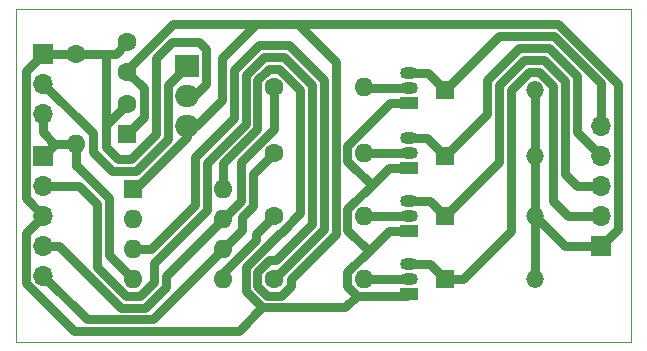
<source format=gbr>
%TF.GenerationSoftware,KiCad,Pcbnew,7.0.6-7.0.6~ubuntu22.04.1*%
%TF.CreationDate,2023-07-31T10:56:58+03:00*%
%TF.ProjectId,unipolar stepper driver,756e6970-6f6c-4617-9220-737465707065,rev?*%
%TF.SameCoordinates,Original*%
%TF.FileFunction,Copper,L1,Top*%
%TF.FilePolarity,Positive*%
%FSLAX46Y46*%
G04 Gerber Fmt 4.6, Leading zero omitted, Abs format (unit mm)*
G04 Created by KiCad (PCBNEW 7.0.6-7.0.6~ubuntu22.04.1) date 2023-07-31 10:56:58*
%MOMM*%
%LPD*%
G01*
G04 APERTURE LIST*
%TA.AperFunction,ComponentPad*%
%ADD10R,1.500000X1.050000*%
%TD*%
%TA.AperFunction,ComponentPad*%
%ADD11O,1.500000X1.050000*%
%TD*%
%TA.AperFunction,ComponentPad*%
%ADD12C,1.600000*%
%TD*%
%TA.AperFunction,ComponentPad*%
%ADD13O,1.600000X1.600000*%
%TD*%
%TA.AperFunction,ComponentPad*%
%ADD14R,1.700000X1.700000*%
%TD*%
%TA.AperFunction,ComponentPad*%
%ADD15O,1.700000X1.700000*%
%TD*%
%TA.AperFunction,ComponentPad*%
%ADD16R,1.500000X1.500000*%
%TD*%
%TA.AperFunction,ComponentPad*%
%ADD17O,1.500000X1.500000*%
%TD*%
%TA.AperFunction,ComponentPad*%
%ADD18R,1.600000X1.600000*%
%TD*%
%TA.AperFunction,ComponentPad*%
%ADD19R,2.000000X1.905000*%
%TD*%
%TA.AperFunction,ComponentPad*%
%ADD20O,2.000000X1.905000*%
%TD*%
%TA.AperFunction,Conductor*%
%ADD21C,0.800000*%
%TD*%
%TA.AperFunction,Profile*%
%ADD22C,0.100000*%
%TD*%
G04 APERTURE END LIST*
D10*
X50679057Y-28357057D03*
D11*
X50679057Y-27087057D03*
X50679057Y-25817057D03*
D12*
X39249057Y-37755057D03*
D13*
X46869057Y-37755057D03*
D12*
X26803057Y-17689057D03*
X26803057Y-20189057D03*
X39249057Y-32421057D03*
D13*
X46869057Y-32421057D03*
D14*
X19691057Y-27296171D03*
D15*
X19691057Y-29836171D03*
X19691057Y-32376171D03*
X19691057Y-34916171D03*
X19691057Y-37456171D03*
D14*
X19691057Y-18675171D03*
D15*
X19691057Y-21215171D03*
X19691057Y-23755171D03*
D12*
X39249057Y-21499057D03*
D13*
X46869057Y-21499057D03*
D12*
X39249057Y-27087057D03*
D13*
X46869057Y-27087057D03*
D10*
X50679057Y-39025057D03*
D11*
X50679057Y-37755057D03*
X50679057Y-36485057D03*
D16*
X53722057Y-32421057D03*
D17*
X61342057Y-32421057D03*
D16*
X53722057Y-37755057D03*
D17*
X61342057Y-37755057D03*
D18*
X27321057Y-30145057D03*
D13*
X27321057Y-32685057D03*
X27321057Y-35225057D03*
X27321057Y-37765057D03*
X34941057Y-37765057D03*
X34941057Y-35225057D03*
X34941057Y-32685057D03*
X34941057Y-30145057D03*
D10*
X50679057Y-22875057D03*
D11*
X50679057Y-21605057D03*
X50679057Y-20335057D03*
D19*
X31883057Y-19721057D03*
D20*
X31883057Y-22261057D03*
X31883057Y-24801057D03*
D18*
X26803057Y-25453283D03*
D12*
X26803057Y-22953283D03*
D14*
X66935057Y-34956057D03*
D15*
X66935057Y-32416057D03*
X66935057Y-29876057D03*
X66935057Y-27336057D03*
X66935057Y-24796057D03*
D16*
X53722057Y-21753057D03*
D17*
X61342057Y-21753057D03*
D16*
X53722057Y-27341057D03*
D17*
X61342057Y-27341057D03*
D12*
X22485057Y-18660171D03*
D13*
X22485057Y-26280171D03*
D10*
X50679057Y-33691057D03*
D11*
X50679057Y-32421057D03*
X50679057Y-31151057D03*
D21*
X47276453Y-35368453D02*
X48953848Y-33691057D01*
X48953848Y-33691057D02*
X50679057Y-33691057D01*
X46289359Y-39154568D02*
X45469546Y-38334755D01*
X45469546Y-38334755D02*
X45469546Y-37175359D01*
X45469546Y-31841359D02*
X47530453Y-29780453D01*
X45469546Y-37175359D02*
X47276453Y-35368453D01*
X47276453Y-35368453D02*
X45469546Y-33561546D01*
X45469546Y-33561546D02*
X45469546Y-31841359D01*
X47530453Y-29780453D02*
X48953848Y-28357057D01*
X48953848Y-28357057D02*
X50679057Y-28357057D01*
X45469546Y-26507359D02*
X49101848Y-22875057D01*
X47530453Y-29780453D02*
X45469546Y-27719546D01*
X45469546Y-27719546D02*
X45469546Y-26507359D01*
X49101848Y-22875057D02*
X50679057Y-22875057D01*
X37849546Y-20919359D02*
X38793848Y-19975057D01*
X32899057Y-17689057D02*
X30613057Y-17689057D01*
X36246304Y-42163127D02*
X38255344Y-40154087D01*
X46998568Y-39154568D02*
X46289359Y-39154568D01*
X50679057Y-39025057D02*
X50549546Y-39154568D01*
X18241546Y-20124682D02*
X19691057Y-18675171D01*
X39790803Y-33820568D02*
X36850026Y-36761345D01*
X22348094Y-42163127D02*
X36246304Y-42163127D01*
X33482568Y-21273068D02*
X33482568Y-18272568D01*
X29284018Y-19018096D02*
X29284018Y-25478562D01*
X38255344Y-40154087D02*
X45289840Y-40154087D01*
X39828755Y-33820568D02*
X39790803Y-33820568D01*
X25831943Y-18660171D02*
X26803057Y-17689057D01*
X25025057Y-24731283D02*
X25025057Y-18705057D01*
X39704266Y-19975057D02*
X41469909Y-21740700D01*
X26041057Y-27595057D02*
X25025057Y-26579057D01*
X25025057Y-26579057D02*
X25025057Y-24731283D01*
X36850027Y-38748770D02*
X38255344Y-40154087D01*
X25025057Y-18705057D02*
X24980171Y-18660171D01*
X18241546Y-38056579D02*
X22348094Y-42163127D01*
X32494579Y-22261057D02*
X33482568Y-21273068D01*
X38793848Y-19975057D02*
X39704266Y-19975057D01*
X41469909Y-32179414D02*
X39828755Y-33820568D01*
X19691057Y-32376171D02*
X18241546Y-33825682D01*
X36850026Y-36761345D02*
X36850027Y-38748770D01*
X18241546Y-30926660D02*
X18241546Y-20124682D01*
X22485057Y-18660171D02*
X24980171Y-18660171D01*
X25025057Y-24731283D02*
X26803057Y-22953283D01*
X19691057Y-18675171D02*
X22470057Y-18675171D01*
X24980171Y-18660171D02*
X25831943Y-18660171D01*
X29284018Y-25478562D02*
X27167523Y-27595057D01*
X34941057Y-27949523D02*
X37849546Y-25041034D01*
X37849546Y-25041034D02*
X37849546Y-20919359D01*
X22470057Y-18675171D02*
X22485057Y-18660171D01*
X18241546Y-33825682D02*
X18241546Y-38056579D01*
X27167523Y-27595057D02*
X26041057Y-27595057D01*
X45289840Y-40154087D02*
X46289359Y-39154568D01*
X19691057Y-32376171D02*
X18241546Y-30926660D01*
X31883057Y-22261057D02*
X32494579Y-22261057D01*
X34941057Y-30145057D02*
X34941057Y-27949523D01*
X41469909Y-21740700D02*
X41469909Y-32179414D01*
X33482568Y-18272568D02*
X32899057Y-17689057D01*
X30613057Y-17689057D02*
X29284018Y-19018096D01*
X50549546Y-39154568D02*
X46998568Y-39154568D01*
X61342057Y-37755057D02*
X61342057Y-32421057D01*
X36850027Y-20505344D02*
X38379834Y-18975537D01*
X68384568Y-21232934D02*
X63316691Y-16165057D01*
X28202568Y-21588568D02*
X28202568Y-24053772D01*
X26741359Y-39164568D02*
X27900755Y-39164568D01*
X44468468Y-33949180D02*
X44468468Y-19352468D01*
X22710651Y-29836171D02*
X24279537Y-31405057D01*
X33541546Y-27935500D02*
X36850026Y-24627020D01*
X34850987Y-22595127D02*
X32645057Y-24801057D01*
X39431290Y-36159290D02*
X38865615Y-36159290D01*
X37849546Y-38334755D02*
X38669359Y-39154568D01*
X66935057Y-34956057D02*
X68384568Y-33506546D01*
X20453057Y-29836171D02*
X22710651Y-29836171D01*
X36850026Y-24627020D02*
X36850027Y-20505344D01*
X37725057Y-16165057D02*
X41281057Y-16165057D01*
X61342057Y-27341057D02*
X61342057Y-21753057D01*
X32645057Y-24801057D02*
X31883057Y-24801057D01*
X38865615Y-36159290D02*
X37849546Y-37175359D01*
X27900755Y-39164568D02*
X29089057Y-37976266D01*
X41281057Y-16165057D02*
X63316691Y-16165057D01*
X24279537Y-31405057D02*
X24279537Y-36702746D01*
X29089057Y-37976266D02*
X29089057Y-36374591D01*
X30723523Y-16165057D02*
X26803057Y-20085523D01*
X26803057Y-20085523D02*
X26803057Y-20189057D01*
X40648568Y-37769080D02*
X44468468Y-33949180D01*
X27012171Y-29836171D02*
X27321057Y-30145057D01*
X27444591Y-30145057D02*
X31883057Y-25706591D01*
X34850987Y-22595127D02*
X34850987Y-19039127D01*
X37849546Y-37175359D02*
X37849546Y-38334755D01*
X34850987Y-19039127D02*
X37725057Y-16165057D01*
X26803057Y-20189057D02*
X28202568Y-21588568D01*
X42469429Y-21326686D02*
X42469429Y-33121151D01*
X39828755Y-39154568D02*
X40648568Y-38334755D01*
X40648568Y-38334755D02*
X40648568Y-37769080D01*
X44468468Y-19352468D02*
X41281057Y-16165057D01*
X29089057Y-36374591D02*
X33541545Y-31922103D01*
X27321057Y-30145057D02*
X27444591Y-30145057D01*
X38669359Y-39154568D02*
X39828755Y-39154568D01*
X30723523Y-16165057D02*
X37725057Y-16165057D01*
X40118281Y-18975538D02*
X42469429Y-21326686D01*
X28202568Y-24053772D02*
X26803057Y-25453283D01*
X63877057Y-34956057D02*
X61342057Y-32421057D01*
X66935057Y-34956057D02*
X63877057Y-34956057D01*
X31883057Y-25706591D02*
X31883057Y-24801057D01*
X38379834Y-18975537D02*
X40118281Y-18975538D01*
X42469429Y-33121151D02*
X39431290Y-36159290D01*
X68384568Y-33506546D02*
X68384568Y-21232934D01*
X24279537Y-36702746D02*
X26741359Y-39164568D01*
X61342057Y-32421057D02*
X61342057Y-27341057D01*
X33541545Y-31922103D02*
X33541546Y-27935500D01*
X58261095Y-17214019D02*
X53722057Y-21753057D01*
X66935057Y-21196957D02*
X62952119Y-17214019D01*
X53722057Y-21753057D02*
X52304057Y-20335057D01*
X62952119Y-17214019D02*
X58261095Y-17214019D01*
X52304057Y-20335057D02*
X50679057Y-20335057D01*
X66935057Y-24796057D02*
X66935057Y-21196957D01*
X64870097Y-25271097D02*
X64870095Y-20545529D01*
X64870095Y-20545529D02*
X62538104Y-18213538D01*
X62538104Y-18213538D02*
X60027508Y-18213538D01*
X53760017Y-27341057D02*
X53722057Y-27341057D01*
X57316017Y-23785057D02*
X53760017Y-27341057D01*
X66935057Y-27336057D02*
X64870097Y-25271097D01*
X53722057Y-27341057D02*
X52198057Y-25817057D01*
X60027508Y-18213538D02*
X57316017Y-20925029D01*
X57316017Y-20925029D02*
X57316017Y-23785057D01*
X52198057Y-25817057D02*
X50679057Y-25817057D01*
X58315537Y-21339043D02*
X58315537Y-27827577D01*
X52452057Y-31151057D02*
X50679057Y-31151057D01*
X60441523Y-19213057D02*
X58315537Y-21339043D01*
X64881577Y-29876057D02*
X63870577Y-28865057D01*
X58315537Y-27827577D02*
X53722057Y-32421057D01*
X63870577Y-28865057D02*
X63870576Y-20959544D01*
X66935057Y-29876057D02*
X64881577Y-29876057D01*
X53722057Y-32421057D02*
X52452057Y-31151057D01*
X63870576Y-20959544D02*
X62124089Y-19213057D01*
X62124089Y-19213057D02*
X60441523Y-19213057D01*
X66935057Y-32416057D02*
X64136057Y-32416057D01*
X55251057Y-37755057D02*
X53722057Y-37755057D01*
X62871057Y-31151057D02*
X62871057Y-21373559D01*
X59315057Y-21753057D02*
X59315057Y-33691057D01*
X61726555Y-20229057D02*
X60839057Y-20229057D01*
X62871057Y-21373559D02*
X61726555Y-20229057D01*
X53722057Y-37755057D02*
X52452057Y-36485057D01*
X52452057Y-36485057D02*
X50679057Y-36485057D01*
X59315057Y-33691057D02*
X55251057Y-37755057D01*
X60839057Y-20229057D02*
X59315057Y-21753057D01*
X64136057Y-32416057D02*
X62871057Y-31151057D01*
X20662171Y-26280171D02*
X19691057Y-25309057D01*
X22485057Y-26280171D02*
X20707057Y-26280171D01*
X25279057Y-35723057D02*
X27321057Y-37765057D01*
X20707057Y-26280171D02*
X19691057Y-27296171D01*
X22485057Y-28197043D02*
X22579043Y-28197043D01*
X22579043Y-28197043D02*
X25279057Y-30897057D01*
X19691057Y-25309057D02*
X19691057Y-23755171D01*
X20707057Y-26280171D02*
X20662171Y-26280171D01*
X25279057Y-30897057D02*
X25279057Y-35723057D01*
X22485057Y-26280171D02*
X22485057Y-28197043D01*
X46975057Y-21605057D02*
X46869057Y-21499057D01*
X50679057Y-21605057D02*
X46975057Y-21605057D01*
X23884568Y-25408682D02*
X19691057Y-21215171D01*
X27565057Y-28611057D02*
X25533057Y-28611057D01*
X30283537Y-21320577D02*
X30283537Y-25892577D01*
X31883057Y-19721057D02*
X30283537Y-21320577D01*
X30283537Y-25892577D02*
X27565057Y-28611057D01*
X23884568Y-26962568D02*
X23884568Y-25408682D01*
X25533057Y-28611057D02*
X23884568Y-26962568D01*
X50679057Y-27087057D02*
X46869057Y-27087057D01*
X50679057Y-37755057D02*
X46869057Y-37755057D01*
X30088577Y-38390280D02*
X28314769Y-40164088D01*
X39249057Y-25055057D02*
X39249057Y-21499057D01*
X30088577Y-37537537D02*
X30088577Y-38390280D01*
X21079428Y-34916171D02*
X19691057Y-34916171D01*
X36455057Y-27849057D02*
X39249057Y-25055057D01*
X34941057Y-32685057D02*
X36455057Y-31171057D01*
X34941057Y-32685057D02*
X30088577Y-37537537D01*
X28314769Y-40164088D02*
X26327345Y-40164088D01*
X26327345Y-40164088D02*
X21079428Y-34916171D01*
X36455057Y-31171057D02*
X36455057Y-27849057D01*
X39249057Y-27087057D02*
X37454577Y-28881537D01*
X29002506Y-41163608D02*
X23398494Y-41163608D01*
X37454576Y-31585072D02*
X36536824Y-32502824D01*
X36536824Y-32502824D02*
X36536824Y-33629290D01*
X37454577Y-28881537D02*
X37454576Y-31585072D01*
X34941057Y-35225057D02*
X29002506Y-41163608D01*
X36536824Y-33629290D02*
X34941057Y-35225057D01*
X23398494Y-41163608D02*
X19691057Y-37456171D01*
X37725057Y-33945057D02*
X39249057Y-32421057D01*
X34941057Y-37765057D02*
X34941057Y-37237057D01*
X34941057Y-37237057D02*
X37725057Y-34453057D01*
X37725057Y-34453057D02*
X37725057Y-33945057D01*
X32542027Y-27444087D02*
X35850506Y-24135608D01*
X35850508Y-20091329D02*
X37965820Y-17976017D01*
X40532294Y-17976017D02*
X43468948Y-20912671D01*
X43468948Y-33535166D02*
X39249057Y-37755057D01*
X32542026Y-31508088D02*
X32542027Y-27444087D01*
X28825057Y-35225057D02*
X32542026Y-31508088D01*
X35850506Y-24135608D02*
X35850508Y-20091329D01*
X43468948Y-20912671D02*
X43468948Y-33535166D01*
X27321057Y-35225057D02*
X28825057Y-35225057D01*
X37965820Y-17976017D02*
X40532294Y-17976017D01*
X50679057Y-32421057D02*
X46869057Y-32421057D01*
D22*
X69475057Y-43089057D02*
X69475057Y-14895057D01*
X17405057Y-14895057D02*
X17405057Y-43089057D01*
X17405057Y-43089057D02*
X69475057Y-43089057D01*
X69475057Y-14895057D02*
X17405057Y-14895057D01*
M02*

</source>
